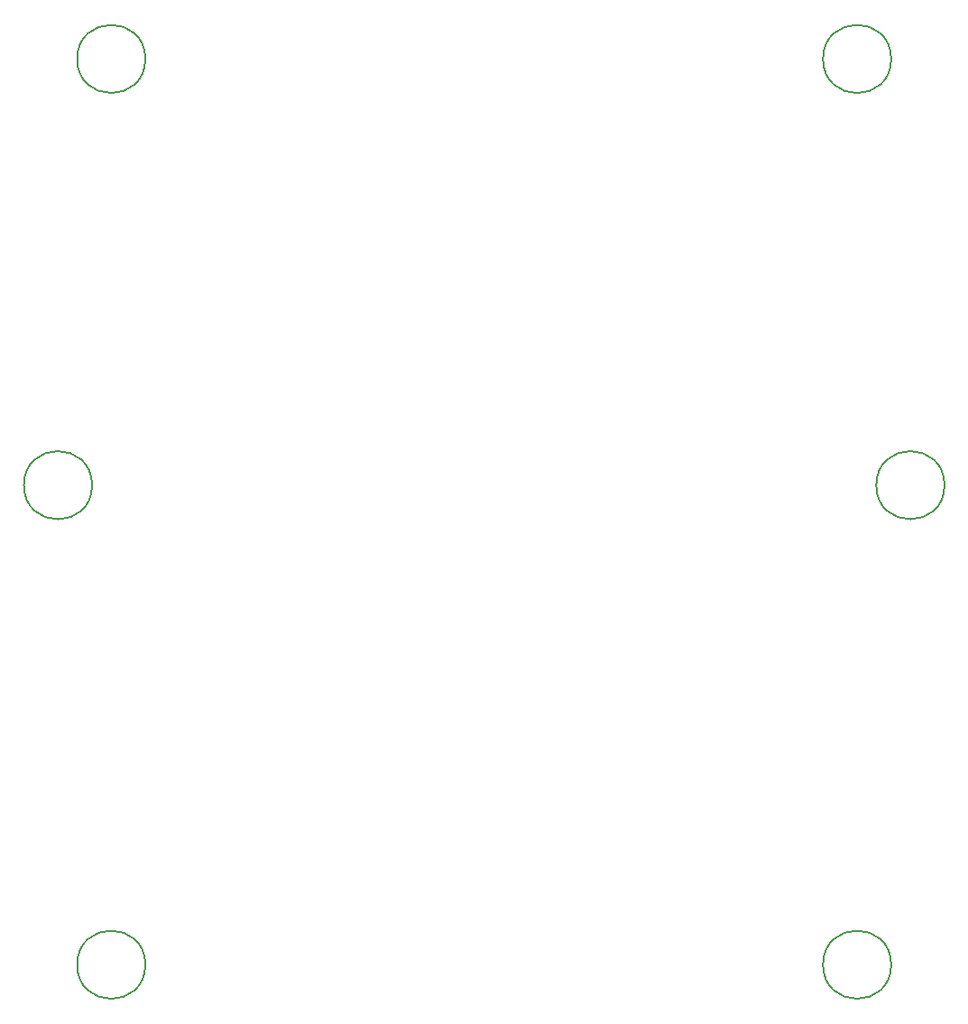
<source format=gbr>
%TF.GenerationSoftware,KiCad,Pcbnew,7.0.9*%
%TF.CreationDate,2024-10-01T14:31:37+09:00*%
%TF.ProjectId,01-main,30312d6d-6169-46e2-9e6b-696361645f70,rev?*%
%TF.SameCoordinates,Original*%
%TF.FileFunction,Other,Comment*%
%FSLAX46Y46*%
G04 Gerber Fmt 4.6, Leading zero omitted, Abs format (unit mm)*
G04 Created by KiCad (PCBNEW 7.0.9) date 2024-10-01 14:31:37*
%MOMM*%
%LPD*%
G01*
G04 APERTURE LIST*
%ADD10C,0.150000*%
G04 APERTURE END LIST*
D10*
%TO.C,REF\u002A\u002A*%
X173200000Y-105000000D02*
G75*
G03*
X173200000Y-105000000I-3200000J0D01*
G01*
X168200000Y-150000000D02*
G75*
G03*
X168200000Y-150000000I-3200000J0D01*
G01*
X168200000Y-65000000D02*
G75*
G03*
X168200000Y-65000000I-3200000J0D01*
G01*
X98200000Y-150000000D02*
G75*
G03*
X98200000Y-150000000I-3200000J0D01*
G01*
X98200000Y-65000000D02*
G75*
G03*
X98200000Y-65000000I-3200000J0D01*
G01*
X93200000Y-105000000D02*
G75*
G03*
X93200000Y-105000000I-3200000J0D01*
G01*
%TD*%
M02*

</source>
